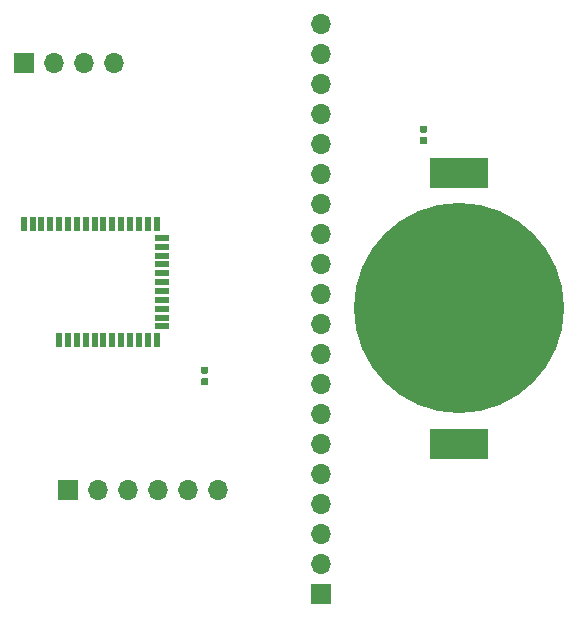
<source format=gbr>
G04 #@! TF.GenerationSoftware,KiCad,Pcbnew,5.1.5+dfsg1-2*
G04 #@! TF.CreationDate,2020-01-23T00:33:11+02:00*
G04 #@! TF.ProjectId,nrf52-mesh,6e726635-322d-46d6-9573-682e6b696361,rev?*
G04 #@! TF.SameCoordinates,Original*
G04 #@! TF.FileFunction,Soldermask,Top*
G04 #@! TF.FilePolarity,Negative*
%FSLAX46Y46*%
G04 Gerber Fmt 4.6, Leading zero omitted, Abs format (unit mm)*
G04 Created by KiCad (PCBNEW 5.1.5+dfsg1-2) date 2020-01-23 00:33:11*
%MOMM*%
%LPD*%
G04 APERTURE LIST*
%ADD10C,0.100000*%
%ADD11R,5.000000X2.500000*%
%ADD12C,17.800000*%
%ADD13R,0.500000X1.200000*%
%ADD14R,1.200000X0.500000*%
%ADD15O,1.700000X1.700000*%
%ADD16R,1.700000X1.700000*%
G04 APERTURE END LIST*
D10*
G36*
X217421959Y-65985709D02*
G01*
X217436277Y-65987833D01*
X217450318Y-65991350D01*
X217463947Y-65996227D01*
X217477032Y-66002416D01*
X217489448Y-66009857D01*
X217501074Y-66018480D01*
X217511799Y-66028201D01*
X217521520Y-66038926D01*
X217530143Y-66050552D01*
X217537584Y-66062968D01*
X217543773Y-66076053D01*
X217548650Y-66089682D01*
X217552167Y-66103723D01*
X217554291Y-66118041D01*
X217555001Y-66132499D01*
X217555001Y-66427499D01*
X217554291Y-66441957D01*
X217552167Y-66456275D01*
X217548650Y-66470316D01*
X217543773Y-66483945D01*
X217537584Y-66497030D01*
X217530143Y-66509446D01*
X217521520Y-66521072D01*
X217511799Y-66531797D01*
X217501074Y-66541518D01*
X217489448Y-66550141D01*
X217477032Y-66557582D01*
X217463947Y-66563771D01*
X217450318Y-66568648D01*
X217436277Y-66572165D01*
X217421959Y-66574289D01*
X217407501Y-66574999D01*
X217062501Y-66574999D01*
X217048043Y-66574289D01*
X217033725Y-66572165D01*
X217019684Y-66568648D01*
X217006055Y-66563771D01*
X216992970Y-66557582D01*
X216980554Y-66550141D01*
X216968928Y-66541518D01*
X216958203Y-66531797D01*
X216948482Y-66521072D01*
X216939859Y-66509446D01*
X216932418Y-66497030D01*
X216926229Y-66483945D01*
X216921352Y-66470316D01*
X216917835Y-66456275D01*
X216915711Y-66441957D01*
X216915001Y-66427499D01*
X216915001Y-66132499D01*
X216915711Y-66118041D01*
X216917835Y-66103723D01*
X216921352Y-66089682D01*
X216926229Y-66076053D01*
X216932418Y-66062968D01*
X216939859Y-66050552D01*
X216948482Y-66038926D01*
X216958203Y-66028201D01*
X216968928Y-66018480D01*
X216980554Y-66009857D01*
X216992970Y-66002416D01*
X217006055Y-65996227D01*
X217019684Y-65991350D01*
X217033725Y-65987833D01*
X217048043Y-65985709D01*
X217062501Y-65984999D01*
X217407501Y-65984999D01*
X217421959Y-65985709D01*
G37*
G36*
X217421959Y-66955709D02*
G01*
X217436277Y-66957833D01*
X217450318Y-66961350D01*
X217463947Y-66966227D01*
X217477032Y-66972416D01*
X217489448Y-66979857D01*
X217501074Y-66988480D01*
X217511799Y-66998201D01*
X217521520Y-67008926D01*
X217530143Y-67020552D01*
X217537584Y-67032968D01*
X217543773Y-67046053D01*
X217548650Y-67059682D01*
X217552167Y-67073723D01*
X217554291Y-67088041D01*
X217555001Y-67102499D01*
X217555001Y-67397499D01*
X217554291Y-67411957D01*
X217552167Y-67426275D01*
X217548650Y-67440316D01*
X217543773Y-67453945D01*
X217537584Y-67467030D01*
X217530143Y-67479446D01*
X217521520Y-67491072D01*
X217511799Y-67501797D01*
X217501074Y-67511518D01*
X217489448Y-67520141D01*
X217477032Y-67527582D01*
X217463947Y-67533771D01*
X217450318Y-67538648D01*
X217436277Y-67542165D01*
X217421959Y-67544289D01*
X217407501Y-67544999D01*
X217062501Y-67544999D01*
X217048043Y-67544289D01*
X217033725Y-67542165D01*
X217019684Y-67538648D01*
X217006055Y-67533771D01*
X216992970Y-67527582D01*
X216980554Y-67520141D01*
X216968928Y-67511518D01*
X216958203Y-67501797D01*
X216948482Y-67491072D01*
X216939859Y-67479446D01*
X216932418Y-67467030D01*
X216926229Y-67453945D01*
X216921352Y-67440316D01*
X216917835Y-67426275D01*
X216915711Y-67411957D01*
X216915001Y-67397499D01*
X216915001Y-67102499D01*
X216915711Y-67088041D01*
X216917835Y-67073723D01*
X216921352Y-67059682D01*
X216926229Y-67046053D01*
X216932418Y-67032968D01*
X216939859Y-67020552D01*
X216948482Y-67008926D01*
X216958203Y-66998201D01*
X216968928Y-66988480D01*
X216980554Y-66979857D01*
X216992970Y-66972416D01*
X217006055Y-66966227D01*
X217019684Y-66961350D01*
X217033725Y-66957833D01*
X217048043Y-66955709D01*
X217062501Y-66954999D01*
X217407501Y-66954999D01*
X217421959Y-66955709D01*
G37*
D11*
X220240000Y-92910000D03*
X220240000Y-70010000D03*
D12*
X220240000Y-81460000D03*
D13*
X186380000Y-84148000D03*
X187130000Y-84148000D03*
X187880000Y-84148000D03*
X188630000Y-84148000D03*
X189380000Y-84148000D03*
X190130000Y-84148000D03*
X190880000Y-84148000D03*
X191630000Y-84148000D03*
X192380000Y-84148000D03*
X193130000Y-84148000D03*
X193880000Y-84148000D03*
X194630000Y-84148000D03*
D14*
X195080000Y-82998000D03*
X195080000Y-82248000D03*
X195080000Y-81498000D03*
X195080000Y-80748000D03*
X195080000Y-79998000D03*
X195080000Y-79248000D03*
X195080000Y-78498000D03*
X195080000Y-77748000D03*
X195080000Y-76998000D03*
X195080000Y-76248000D03*
X195080000Y-75498000D03*
D13*
X194630000Y-74348000D03*
X193880000Y-74348000D03*
X193130000Y-74348000D03*
X192380000Y-74348000D03*
X191630000Y-74348000D03*
X190880000Y-74348000D03*
X190130000Y-74348000D03*
X189380000Y-74348000D03*
X188630000Y-74348000D03*
X187880000Y-74348000D03*
X187130000Y-74348000D03*
X186380000Y-74348000D03*
X185630000Y-74348000D03*
X184880000Y-74348000D03*
X184130000Y-74348000D03*
X183380000Y-74348000D03*
D15*
X199820000Y-96830000D03*
X197280000Y-96830000D03*
X194740000Y-96830000D03*
X192200000Y-96830000D03*
X189660000Y-96830000D03*
D16*
X187120000Y-96830000D03*
D15*
X191008000Y-60706000D03*
X188468000Y-60706000D03*
X185928000Y-60706000D03*
D16*
X183388000Y-60706000D03*
D15*
X208534000Y-57404000D03*
X208534000Y-59944000D03*
X208534000Y-62484000D03*
X208534000Y-65024000D03*
X208534000Y-67564000D03*
X208534000Y-70104000D03*
X208534000Y-72644000D03*
X208534000Y-75184000D03*
X208534000Y-77724000D03*
X208534000Y-80264000D03*
X208534000Y-82804000D03*
X208534000Y-85344000D03*
X208534000Y-87884000D03*
X208534000Y-90424000D03*
X208534000Y-92964000D03*
X208534000Y-95504000D03*
X208534000Y-98044000D03*
X208534000Y-100584000D03*
X208534000Y-103124000D03*
D16*
X208534000Y-105664000D03*
D10*
G36*
X198886958Y-87360710D02*
G01*
X198901276Y-87362834D01*
X198915317Y-87366351D01*
X198928946Y-87371228D01*
X198942031Y-87377417D01*
X198954447Y-87384858D01*
X198966073Y-87393481D01*
X198976798Y-87403202D01*
X198986519Y-87413927D01*
X198995142Y-87425553D01*
X199002583Y-87437969D01*
X199008772Y-87451054D01*
X199013649Y-87464683D01*
X199017166Y-87478724D01*
X199019290Y-87493042D01*
X199020000Y-87507500D01*
X199020000Y-87802500D01*
X199019290Y-87816958D01*
X199017166Y-87831276D01*
X199013649Y-87845317D01*
X199008772Y-87858946D01*
X199002583Y-87872031D01*
X198995142Y-87884447D01*
X198986519Y-87896073D01*
X198976798Y-87906798D01*
X198966073Y-87916519D01*
X198954447Y-87925142D01*
X198942031Y-87932583D01*
X198928946Y-87938772D01*
X198915317Y-87943649D01*
X198901276Y-87947166D01*
X198886958Y-87949290D01*
X198872500Y-87950000D01*
X198527500Y-87950000D01*
X198513042Y-87949290D01*
X198498724Y-87947166D01*
X198484683Y-87943649D01*
X198471054Y-87938772D01*
X198457969Y-87932583D01*
X198445553Y-87925142D01*
X198433927Y-87916519D01*
X198423202Y-87906798D01*
X198413481Y-87896073D01*
X198404858Y-87884447D01*
X198397417Y-87872031D01*
X198391228Y-87858946D01*
X198386351Y-87845317D01*
X198382834Y-87831276D01*
X198380710Y-87816958D01*
X198380000Y-87802500D01*
X198380000Y-87507500D01*
X198380710Y-87493042D01*
X198382834Y-87478724D01*
X198386351Y-87464683D01*
X198391228Y-87451054D01*
X198397417Y-87437969D01*
X198404858Y-87425553D01*
X198413481Y-87413927D01*
X198423202Y-87403202D01*
X198433927Y-87393481D01*
X198445553Y-87384858D01*
X198457969Y-87377417D01*
X198471054Y-87371228D01*
X198484683Y-87366351D01*
X198498724Y-87362834D01*
X198513042Y-87360710D01*
X198527500Y-87360000D01*
X198872500Y-87360000D01*
X198886958Y-87360710D01*
G37*
G36*
X198886958Y-86390710D02*
G01*
X198901276Y-86392834D01*
X198915317Y-86396351D01*
X198928946Y-86401228D01*
X198942031Y-86407417D01*
X198954447Y-86414858D01*
X198966073Y-86423481D01*
X198976798Y-86433202D01*
X198986519Y-86443927D01*
X198995142Y-86455553D01*
X199002583Y-86467969D01*
X199008772Y-86481054D01*
X199013649Y-86494683D01*
X199017166Y-86508724D01*
X199019290Y-86523042D01*
X199020000Y-86537500D01*
X199020000Y-86832500D01*
X199019290Y-86846958D01*
X199017166Y-86861276D01*
X199013649Y-86875317D01*
X199008772Y-86888946D01*
X199002583Y-86902031D01*
X198995142Y-86914447D01*
X198986519Y-86926073D01*
X198976798Y-86936798D01*
X198966073Y-86946519D01*
X198954447Y-86955142D01*
X198942031Y-86962583D01*
X198928946Y-86968772D01*
X198915317Y-86973649D01*
X198901276Y-86977166D01*
X198886958Y-86979290D01*
X198872500Y-86980000D01*
X198527500Y-86980000D01*
X198513042Y-86979290D01*
X198498724Y-86977166D01*
X198484683Y-86973649D01*
X198471054Y-86968772D01*
X198457969Y-86962583D01*
X198445553Y-86955142D01*
X198433927Y-86946519D01*
X198423202Y-86936798D01*
X198413481Y-86926073D01*
X198404858Y-86914447D01*
X198397417Y-86902031D01*
X198391228Y-86888946D01*
X198386351Y-86875317D01*
X198382834Y-86861276D01*
X198380710Y-86846958D01*
X198380000Y-86832500D01*
X198380000Y-86537500D01*
X198380710Y-86523042D01*
X198382834Y-86508724D01*
X198386351Y-86494683D01*
X198391228Y-86481054D01*
X198397417Y-86467969D01*
X198404858Y-86455553D01*
X198413481Y-86443927D01*
X198423202Y-86433202D01*
X198433927Y-86423481D01*
X198445553Y-86414858D01*
X198457969Y-86407417D01*
X198471054Y-86401228D01*
X198484683Y-86396351D01*
X198498724Y-86392834D01*
X198513042Y-86390710D01*
X198527500Y-86390000D01*
X198872500Y-86390000D01*
X198886958Y-86390710D01*
G37*
M02*

</source>
